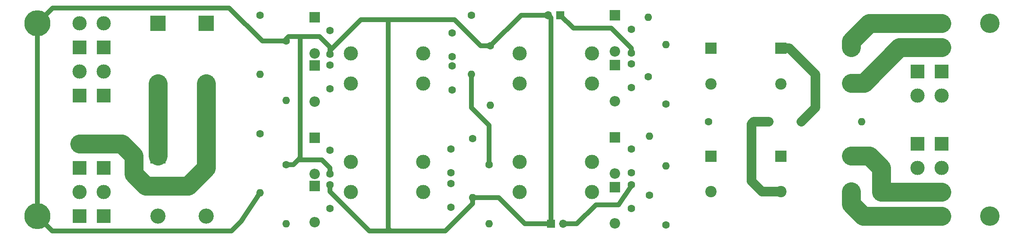
<source format=gbr>
G04 #@! TF.FileFunction,Copper,L2,Bot,Signal*
%FSLAX46Y46*%
G04 Gerber Fmt 4.6, Leading zero omitted, Abs format (unit mm)*
G04 Created by KiCad (PCBNEW 4.0.7) date 11/01/20 21:53:34*
%MOMM*%
%LPD*%
G01*
G04 APERTURE LIST*
%ADD10C,0.100000*%
%ADD11R,1.700000X1.700000*%
%ADD12O,1.700000X1.700000*%
%ADD13C,1.600000*%
%ADD14O,1.600000X1.600000*%
%ADD15R,2.400000X2.400000*%
%ADD16C,2.400000*%
%ADD17R,3.200000X3.200000*%
%ADD18O,3.200000X3.200000*%
%ADD19R,2.200000X2.200000*%
%ADD20O,2.200000X2.200000*%
%ADD21C,3.000000*%
%ADD22C,5.500000*%
%ADD23C,4.100000*%
%ADD24R,3.000000X3.000000*%
%ADD25C,1.000000*%
%ADD26C,4.000000*%
%ADD27C,2.000000*%
G04 APERTURE END LIST*
D10*
D11*
X149520000Y-47800000D03*
D12*
X146980000Y-47800000D03*
D13*
X86270000Y-47800000D03*
D14*
X86270000Y-60300000D03*
D13*
X86270000Y-72800000D03*
D14*
X86270000Y-85300000D03*
D13*
X130770000Y-47800000D03*
D14*
X130770000Y-60300000D03*
D13*
X131020000Y-73800000D03*
D14*
X131020000Y-86300000D03*
D13*
X168020000Y-60800000D03*
D14*
X168020000Y-48300000D03*
D13*
X168270000Y-85800000D03*
D14*
X168270000Y-73300000D03*
D15*
X181270000Y-54800000D03*
D16*
X181270000Y-62300000D03*
D15*
X181270000Y-77550000D03*
D16*
X181270000Y-85050000D03*
D15*
X196020000Y-54800000D03*
D16*
X196020000Y-62300000D03*
D15*
X196020000Y-77550000D03*
D16*
X196020000Y-85050000D03*
D15*
X210820000Y-54610000D03*
D16*
X210820000Y-62110000D03*
D15*
X210820000Y-77470000D03*
D16*
X210820000Y-84970000D03*
D17*
X64770000Y-49530000D03*
D18*
X64770000Y-62230000D03*
D17*
X64770000Y-77470000D03*
D18*
X64770000Y-90170000D03*
D17*
X74930000Y-49530000D03*
D18*
X74930000Y-62230000D03*
D17*
X74930000Y-77470000D03*
D18*
X74930000Y-90170000D03*
D19*
X97790000Y-48260000D03*
D20*
X97790000Y-55880000D03*
D19*
X97790000Y-58420000D03*
D20*
X97790000Y-66040000D03*
D19*
X97790000Y-73660000D03*
D20*
X97790000Y-81280000D03*
D19*
X97790000Y-83820000D03*
D20*
X97790000Y-91440000D03*
D19*
X161020000Y-47800000D03*
D20*
X161020000Y-55420000D03*
D19*
X161020000Y-58300000D03*
D20*
X161020000Y-65920000D03*
D19*
X161020000Y-73550000D03*
D20*
X161020000Y-81170000D03*
D19*
X161020000Y-84050000D03*
D20*
X161020000Y-91670000D03*
D21*
X120650000Y-55880000D03*
X105410000Y-55880000D03*
X120650000Y-62230000D03*
X105410000Y-62230000D03*
X120650000Y-78740000D03*
X105410000Y-78740000D03*
X120650000Y-85090000D03*
X105410000Y-85090000D03*
X156210000Y-55880000D03*
X140970000Y-55880000D03*
X156210000Y-62230000D03*
X140970000Y-62230000D03*
X156210000Y-78740000D03*
X140970000Y-78740000D03*
X156210000Y-85090000D03*
X140970000Y-85090000D03*
D22*
X39370000Y-49530000D03*
X39370000Y-90170000D03*
D23*
X240030000Y-49530000D03*
X240030000Y-90170000D03*
D13*
X91770000Y-53300000D03*
D14*
X91770000Y-65800000D03*
D13*
X91770000Y-79300000D03*
D14*
X91770000Y-91800000D03*
D13*
X101020000Y-51050000D03*
X101020000Y-56050000D03*
X101020000Y-76300000D03*
X101020000Y-81300000D03*
X126770000Y-51550000D03*
X126770000Y-56550000D03*
X126520000Y-76050000D03*
X126520000Y-81050000D03*
X164520000Y-50800000D03*
X164520000Y-55800000D03*
X164520000Y-76050000D03*
X164520000Y-81050000D03*
X101020000Y-58300000D03*
X101020000Y-63300000D03*
X101020000Y-83550000D03*
X101020000Y-88550000D03*
X134770000Y-54300000D03*
D14*
X134770000Y-66800000D03*
D13*
X134520000Y-79300000D03*
D14*
X134520000Y-91800000D03*
D13*
X126770000Y-58550000D03*
X126770000Y-63550000D03*
X126520000Y-83300000D03*
X126520000Y-88300000D03*
X171770000Y-66550000D03*
D14*
X171770000Y-54050000D03*
D13*
X171770000Y-92050000D03*
D14*
X171770000Y-79550000D03*
D13*
X164520000Y-58050000D03*
X164520000Y-63050000D03*
X164520000Y-83550000D03*
X164520000Y-88550000D03*
D11*
X147520000Y-91800000D03*
D12*
X150060000Y-91800000D03*
D13*
X200270000Y-70300000D03*
D14*
X212970000Y-70300000D03*
D13*
X180770000Y-70300000D03*
D14*
X193470000Y-70300000D03*
D24*
X53340000Y-54610000D03*
D21*
X53340000Y-49530000D03*
D24*
X48260000Y-54610000D03*
D21*
X48260000Y-49530000D03*
D24*
X53340000Y-64770000D03*
D21*
X53340000Y-59690000D03*
D24*
X48260000Y-64770000D03*
D21*
X48260000Y-59690000D03*
D24*
X53340000Y-80010000D03*
D21*
X53340000Y-74930000D03*
D24*
X48260000Y-80010000D03*
D21*
X48260000Y-74930000D03*
D24*
X53340000Y-90170000D03*
D21*
X53340000Y-85090000D03*
D24*
X48260000Y-90170000D03*
D21*
X48260000Y-85090000D03*
D24*
X224790000Y-59690000D03*
D21*
X224790000Y-64770000D03*
D24*
X229870000Y-59690000D03*
D21*
X229870000Y-64770000D03*
D24*
X224790000Y-85090000D03*
D21*
X224790000Y-90170000D03*
D24*
X229870000Y-85090000D03*
D21*
X229870000Y-90170000D03*
D24*
X224790000Y-49530000D03*
D21*
X224790000Y-54610000D03*
D24*
X229870000Y-49530000D03*
D21*
X229870000Y-54610000D03*
D24*
X224790000Y-74930000D03*
D21*
X224790000Y-80010000D03*
D24*
X229870000Y-74930000D03*
D21*
X229870000Y-80010000D03*
D25*
X147520000Y-91800000D02*
X147520000Y-48340000D01*
X147520000Y-48340000D02*
X146980000Y-47800000D01*
X94770000Y-52300000D02*
X94770000Y-77800000D01*
X94770000Y-77800000D02*
X94270000Y-78300000D01*
X101020000Y-81300000D02*
X101020000Y-80050000D01*
X101020000Y-80050000D02*
X99270000Y-78300000D01*
X99270000Y-78300000D02*
X94270000Y-78300000D01*
X93270000Y-79300000D02*
X91770000Y-79300000D01*
X94270000Y-78300000D02*
X93270000Y-79300000D01*
X91770000Y-53300000D02*
X91770000Y-52800000D01*
X91770000Y-52800000D02*
X92270000Y-52300000D01*
X101020000Y-54550000D02*
X101020000Y-56050000D01*
X98770000Y-52300000D02*
X101020000Y-54550000D01*
X92270000Y-52300000D02*
X94770000Y-52300000D01*
X94770000Y-52300000D02*
X98770000Y-52300000D01*
X76770000Y-46300000D02*
X79770000Y-46300000D01*
X86770000Y-53300000D02*
X91770000Y-53300000D01*
X79770000Y-46300000D02*
X86770000Y-53300000D01*
X131020000Y-86300000D02*
X136520000Y-86300000D01*
X142020000Y-91800000D02*
X147520000Y-91800000D01*
X136520000Y-86300000D02*
X142020000Y-91800000D01*
X146980000Y-47800000D02*
X141270000Y-47800000D01*
X141270000Y-47800000D02*
X134770000Y-54300000D01*
X130770000Y-60300000D02*
X130770000Y-67300000D01*
X134520000Y-71050000D02*
X134520000Y-79300000D01*
X130770000Y-67300000D02*
X134520000Y-71050000D01*
X39370000Y-90170000D02*
X39370000Y-49530000D01*
X113270000Y-48800000D02*
X113270000Y-71300000D01*
X113270000Y-92800000D02*
X113770000Y-93300000D01*
X101020000Y-56050000D02*
X101020000Y-55300000D01*
X101020000Y-55300000D02*
X107520000Y-48800000D01*
X132770000Y-54300000D02*
X134770000Y-54300000D01*
X127270000Y-48800000D02*
X132770000Y-54300000D01*
X107520000Y-48800000D02*
X113270000Y-48800000D01*
X113270000Y-48800000D02*
X127270000Y-48800000D01*
X131020000Y-86300000D02*
X131020000Y-87550000D01*
X125270000Y-93300000D02*
X113770000Y-93300000D01*
X131020000Y-87550000D02*
X125270000Y-93300000D01*
X113770000Y-93300000D02*
X109270000Y-93300000D01*
X109270000Y-93300000D02*
X101020000Y-85050000D01*
X101020000Y-85050000D02*
X101020000Y-83550000D01*
X77270000Y-46300000D02*
X76770000Y-46300000D01*
X76770000Y-46300000D02*
X42600000Y-46300000D01*
X42600000Y-46300000D02*
X39370000Y-49530000D01*
X86270000Y-85300000D02*
X82270000Y-91300000D01*
X42500000Y-93300000D02*
X39370000Y-90170000D01*
X80270000Y-93300000D02*
X42500000Y-93300000D01*
X82270000Y-91300000D02*
X80270000Y-93300000D01*
X113270000Y-71300000D02*
X113270000Y-92800000D01*
D26*
X224790000Y-54610000D02*
X229870000Y-54610000D01*
X210820000Y-62110000D02*
X213480000Y-62110000D01*
X220980000Y-54610000D02*
X224790000Y-54610000D01*
X213480000Y-62110000D02*
X220980000Y-54610000D01*
X224790000Y-49530000D02*
X229870000Y-49530000D01*
D27*
X196020000Y-54800000D02*
X197770000Y-54800000D01*
X203270000Y-67300000D02*
X200270000Y-70300000D01*
X203270000Y-60300000D02*
X203270000Y-67300000D01*
X197770000Y-54800000D02*
X203270000Y-60300000D01*
D26*
X210820000Y-54610000D02*
X210820000Y-53340000D01*
X214630000Y-49530000D02*
X224790000Y-49530000D01*
X210820000Y-53340000D02*
X214630000Y-49530000D01*
X224790000Y-90170000D02*
X229870000Y-90170000D01*
D27*
X193470000Y-70300000D02*
X190270000Y-70300000D01*
X192020000Y-85050000D02*
X196020000Y-85050000D01*
X189770000Y-82800000D02*
X192020000Y-85050000D01*
X189770000Y-70800000D02*
X189770000Y-82800000D01*
X190270000Y-70300000D02*
X189770000Y-70800000D01*
D26*
X210820000Y-84970000D02*
X210820000Y-87630000D01*
X210820000Y-87630000D02*
X213360000Y-90170000D01*
X213360000Y-90170000D02*
X224790000Y-90170000D01*
X224790000Y-85090000D02*
X229870000Y-85090000D01*
X224790000Y-85090000D02*
X217170000Y-85090000D01*
X214630000Y-77470000D02*
X210820000Y-77470000D01*
X217170000Y-80010000D02*
X214630000Y-77470000D01*
X217170000Y-85090000D02*
X217170000Y-80010000D01*
X64770000Y-62230000D02*
X64770000Y-77470000D01*
X53340000Y-74930000D02*
X48260000Y-74930000D01*
X53340000Y-74930000D02*
X57150000Y-74930000D01*
X74930000Y-80010000D02*
X74930000Y-77470000D01*
X71120000Y-83820000D02*
X74930000Y-80010000D01*
X62230000Y-83820000D02*
X71120000Y-83820000D01*
X59690000Y-81280000D02*
X62230000Y-83820000D01*
X59690000Y-77470000D02*
X59690000Y-81280000D01*
X57150000Y-74930000D02*
X59690000Y-77470000D01*
X74930000Y-62230000D02*
X74930000Y-77470000D01*
D25*
X164520000Y-55800000D02*
X164520000Y-54800000D01*
X152270000Y-50550000D02*
X149520000Y-47800000D01*
X160270000Y-50550000D02*
X152270000Y-50550000D01*
X164520000Y-54800000D02*
X160270000Y-50550000D01*
X164520000Y-55050000D02*
X164520000Y-55800000D01*
X164520000Y-83550000D02*
X164520000Y-83800000D01*
X164520000Y-83800000D02*
X161770000Y-87800000D01*
X153020000Y-91800000D02*
X150060000Y-91800000D01*
X157020000Y-87800000D02*
X153020000Y-91800000D01*
X161770000Y-87800000D02*
X157020000Y-87800000D01*
M02*

</source>
